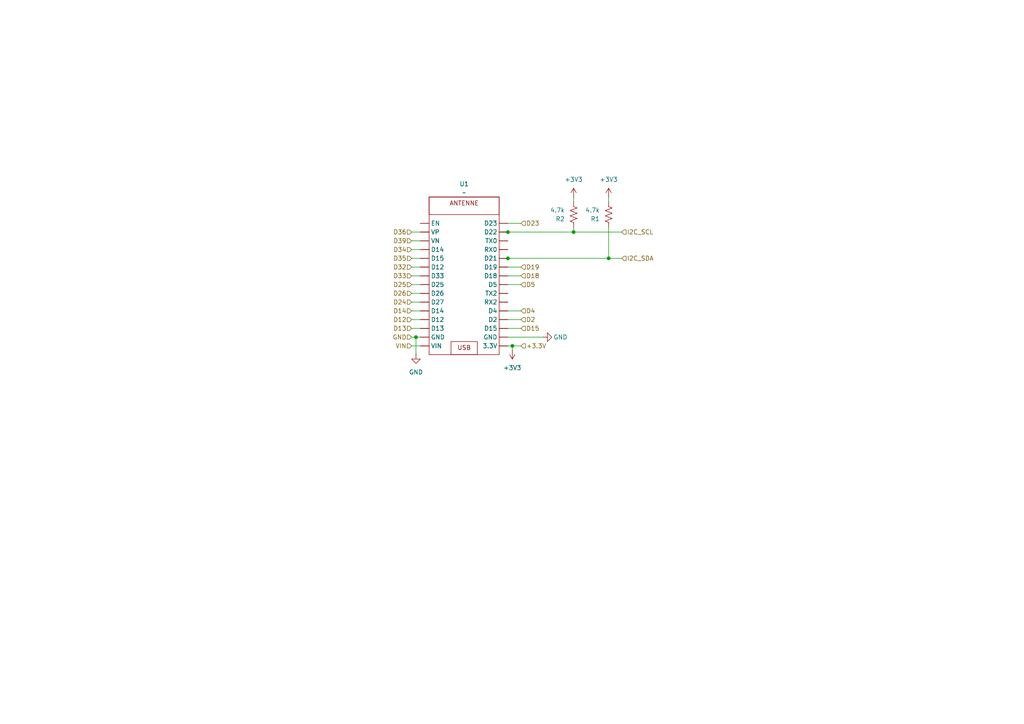
<source format=kicad_sch>
(kicad_sch
	(version 20250114)
	(generator "eeschema")
	(generator_version "9.0")
	(uuid "7fd1e59d-d896-4263-8d21-df7365fed559")
	(paper "A4")
	(lib_symbols
		(symbol "Device:R_US"
			(pin_numbers
				(hide yes)
			)
			(pin_names
				(offset 0)
			)
			(exclude_from_sim no)
			(in_bom yes)
			(on_board yes)
			(property "Reference" "R"
				(at 2.54 0 90)
				(effects
					(font
						(size 1.27 1.27)
					)
				)
			)
			(property "Value" "R_US"
				(at -2.54 0 90)
				(effects
					(font
						(size 1.27 1.27)
					)
				)
			)
			(property "Footprint" ""
				(at 1.016 -0.254 90)
				(effects
					(font
						(size 1.27 1.27)
					)
					(hide yes)
				)
			)
			(property "Datasheet" "~"
				(at 0 0 0)
				(effects
					(font
						(size 1.27 1.27)
					)
					(hide yes)
				)
			)
			(property "Description" "Resistor, US symbol"
				(at 0 0 0)
				(effects
					(font
						(size 1.27 1.27)
					)
					(hide yes)
				)
			)
			(property "ki_keywords" "R res resistor"
				(at 0 0 0)
				(effects
					(font
						(size 1.27 1.27)
					)
					(hide yes)
				)
			)
			(property "ki_fp_filters" "R_*"
				(at 0 0 0)
				(effects
					(font
						(size 1.27 1.27)
					)
					(hide yes)
				)
			)
			(symbol "R_US_0_1"
				(polyline
					(pts
						(xy 0 2.286) (xy 0 2.54)
					)
					(stroke
						(width 0)
						(type default)
					)
					(fill
						(type none)
					)
				)
				(polyline
					(pts
						(xy 0 2.286) (xy 1.016 1.905) (xy 0 1.524) (xy -1.016 1.143) (xy 0 0.762)
					)
					(stroke
						(width 0)
						(type default)
					)
					(fill
						(type none)
					)
				)
				(polyline
					(pts
						(xy 0 0.762) (xy 1.016 0.381) (xy 0 0) (xy -1.016 -0.381) (xy 0 -0.762)
					)
					(stroke
						(width 0)
						(type default)
					)
					(fill
						(type none)
					)
				)
				(polyline
					(pts
						(xy 0 -0.762) (xy 1.016 -1.143) (xy 0 -1.524) (xy -1.016 -1.905) (xy 0 -2.286)
					)
					(stroke
						(width 0)
						(type default)
					)
					(fill
						(type none)
					)
				)
				(polyline
					(pts
						(xy 0 -2.286) (xy 0 -2.54)
					)
					(stroke
						(width 0)
						(type default)
					)
					(fill
						(type none)
					)
				)
			)
			(symbol "R_US_1_1"
				(pin passive line
					(at 0 3.81 270)
					(length 1.27)
					(name "~"
						(effects
							(font
								(size 1.27 1.27)
							)
						)
					)
					(number "1"
						(effects
							(font
								(size 1.27 1.27)
							)
						)
					)
				)
				(pin passive line
					(at 0 -3.81 90)
					(length 1.27)
					(name "~"
						(effects
							(font
								(size 1.27 1.27)
							)
						)
					)
					(number "2"
						(effects
							(font
								(size 1.27 1.27)
							)
						)
					)
				)
			)
			(embedded_fonts no)
		)
		(symbol "MCU:ESP32_DEV_MODULE"
			(exclude_from_sim no)
			(in_bom yes)
			(on_board yes)
			(property "Reference" "U"
				(at 0 0 0)
				(effects
					(font
						(size 1.27 1.27)
					)
				)
			)
			(property "Value" ""
				(at 0 0 0)
				(effects
					(font
						(size 1.27 1.27)
					)
				)
			)
			(property "Footprint" ""
				(at 0 0 0)
				(effects
					(font
						(size 1.27 1.27)
					)
					(hide yes)
				)
			)
			(property "Datasheet" ""
				(at 0 0 0)
				(effects
					(font
						(size 1.27 1.27)
					)
					(hide yes)
				)
			)
			(property "Description" ""
				(at 0 0 0)
				(effects
					(font
						(size 1.27 1.27)
					)
					(hide yes)
				)
			)
			(symbol "ESP32_DEV_MODULE_0_1"
				(rectangle
					(start -10.16 26.67)
					(end 10.16 -19.05)
					(stroke
						(width 0)
						(type default)
					)
					(fill
						(type none)
					)
				)
			)
			(symbol "ESP32_DEV_MODULE_1_1"
				(text_box "ANTENNE"
					(at -10.16 26.67 0)
					(size 20.32 -5.08)
					(margins 1.016 1.016 1.016 1.016)
					(stroke
						(width 0)
						(type solid)
					)
					(fill
						(type none)
					)
					(effects
						(font
							(size 1.27 1.27)
						)
						(justify top)
					)
				)
				(text_box "USB"
					(at -3.81 -19.05 0)
					(size 7.62 3.81)
					(margins 1.016 1.016 1.016 1.016)
					(stroke
						(width 0)
						(type solid)
					)
					(fill
						(type none)
					)
					(effects
						(font
							(size 1.27 1.27)
						)
						(justify top)
					)
				)
				(pin input line
					(at -12.7 19.05 0)
					(length 2.54)
					(name "EN"
						(effects
							(font
								(size 1.27 1.27)
							)
						)
					)
					(number ""
						(effects
							(font
								(size 1.27 1.27)
							)
						)
					)
				)
				(pin input line
					(at -12.7 16.51 0)
					(length 2.54)
					(name "VP"
						(effects
							(font
								(size 1.27 1.27)
							)
						)
					)
					(number ""
						(effects
							(font
								(size 1.27 1.27)
							)
						)
					)
				)
				(pin input line
					(at -12.7 13.97 0)
					(length 2.54)
					(name "VN"
						(effects
							(font
								(size 1.27 1.27)
							)
						)
					)
					(number ""
						(effects
							(font
								(size 1.27 1.27)
							)
						)
					)
				)
				(pin input line
					(at -12.7 11.43 0)
					(length 2.54)
					(name "D14"
						(effects
							(font
								(size 1.27 1.27)
							)
						)
					)
					(number ""
						(effects
							(font
								(size 1.27 1.27)
							)
						)
					)
				)
				(pin input line
					(at -12.7 8.89 0)
					(length 2.54)
					(name "D15"
						(effects
							(font
								(size 1.27 1.27)
							)
						)
					)
					(number ""
						(effects
							(font
								(size 1.27 1.27)
							)
						)
					)
				)
				(pin input line
					(at -12.7 6.35 0)
					(length 2.54)
					(name "D12"
						(effects
							(font
								(size 1.27 1.27)
							)
						)
					)
					(number ""
						(effects
							(font
								(size 1.27 1.27)
							)
						)
					)
				)
				(pin input line
					(at -12.7 3.81 0)
					(length 2.54)
					(name "D33"
						(effects
							(font
								(size 1.27 1.27)
							)
						)
					)
					(number ""
						(effects
							(font
								(size 1.27 1.27)
							)
						)
					)
				)
				(pin input line
					(at -12.7 1.27 0)
					(length 2.54)
					(name "D25"
						(effects
							(font
								(size 1.27 1.27)
							)
						)
					)
					(number ""
						(effects
							(font
								(size 1.27 1.27)
							)
						)
					)
				)
				(pin input line
					(at -12.7 -1.27 0)
					(length 2.54)
					(name "D26"
						(effects
							(font
								(size 1.27 1.27)
							)
						)
					)
					(number ""
						(effects
							(font
								(size 1.27 1.27)
							)
						)
					)
				)
				(pin input line
					(at -12.7 -3.81 0)
					(length 2.54)
					(name "D27"
						(effects
							(font
								(size 1.27 1.27)
							)
						)
					)
					(number ""
						(effects
							(font
								(size 1.27 1.27)
							)
						)
					)
				)
				(pin input line
					(at -12.7 -6.35 0)
					(length 2.54)
					(name "D14"
						(effects
							(font
								(size 1.27 1.27)
							)
						)
					)
					(number ""
						(effects
							(font
								(size 1.27 1.27)
							)
						)
					)
				)
				(pin input line
					(at -12.7 -8.89 0)
					(length 2.54)
					(name "D12"
						(effects
							(font
								(size 1.27 1.27)
							)
						)
					)
					(number ""
						(effects
							(font
								(size 1.27 1.27)
							)
						)
					)
				)
				(pin input line
					(at -12.7 -11.43 0)
					(length 2.54)
					(name "D13"
						(effects
							(font
								(size 1.27 1.27)
							)
						)
					)
					(number ""
						(effects
							(font
								(size 1.27 1.27)
							)
						)
					)
				)
				(pin input line
					(at -12.7 -13.97 0)
					(length 2.54)
					(name "GND"
						(effects
							(font
								(size 1.27 1.27)
							)
						)
					)
					(number ""
						(effects
							(font
								(size 1.27 1.27)
							)
						)
					)
				)
				(pin input line
					(at -12.7 -16.51 0)
					(length 2.54)
					(name "VIN"
						(effects
							(font
								(size 1.27 1.27)
							)
						)
					)
					(number ""
						(effects
							(font
								(size 1.27 1.27)
							)
						)
					)
				)
				(pin input line
					(at 12.7 19.05 180)
					(length 2.54)
					(name "D23"
						(effects
							(font
								(size 1.27 1.27)
							)
						)
					)
					(number ""
						(effects
							(font
								(size 1.27 1.27)
							)
						)
					)
				)
				(pin input line
					(at 12.7 16.51 180)
					(length 2.54)
					(name "D22"
						(effects
							(font
								(size 1.27 1.27)
							)
						)
					)
					(number ""
						(effects
							(font
								(size 1.27 1.27)
							)
						)
					)
				)
				(pin input line
					(at 12.7 13.97 180)
					(length 2.54)
					(name "TX0"
						(effects
							(font
								(size 1.27 1.27)
							)
						)
					)
					(number ""
						(effects
							(font
								(size 1.27 1.27)
							)
						)
					)
				)
				(pin input line
					(at 12.7 11.43 180)
					(length 2.54)
					(name "RX0"
						(effects
							(font
								(size 1.27 1.27)
							)
						)
					)
					(number ""
						(effects
							(font
								(size 1.27 1.27)
							)
						)
					)
				)
				(pin input line
					(at 12.7 8.89 180)
					(length 2.54)
					(name "D21"
						(effects
							(font
								(size 1.27 1.27)
							)
						)
					)
					(number ""
						(effects
							(font
								(size 1.27 1.27)
							)
						)
					)
				)
				(pin input line
					(at 12.7 6.35 180)
					(length 2.54)
					(name "D19"
						(effects
							(font
								(size 1.27 1.27)
							)
						)
					)
					(number ""
						(effects
							(font
								(size 1.27 1.27)
							)
						)
					)
				)
				(pin input line
					(at 12.7 3.81 180)
					(length 2.54)
					(name "D18"
						(effects
							(font
								(size 1.27 1.27)
							)
						)
					)
					(number ""
						(effects
							(font
								(size 1.27 1.27)
							)
						)
					)
				)
				(pin input line
					(at 12.7 1.27 180)
					(length 2.54)
					(name "D5"
						(effects
							(font
								(size 1.27 1.27)
							)
						)
					)
					(number ""
						(effects
							(font
								(size 1.27 1.27)
							)
						)
					)
				)
				(pin input line
					(at 12.7 -1.27 180)
					(length 2.54)
					(name "TX2"
						(effects
							(font
								(size 1.27 1.27)
							)
						)
					)
					(number ""
						(effects
							(font
								(size 1.27 1.27)
							)
						)
					)
				)
				(pin input line
					(at 12.7 -3.81 180)
					(length 2.54)
					(name "RX2"
						(effects
							(font
								(size 1.27 1.27)
							)
						)
					)
					(number ""
						(effects
							(font
								(size 1.27 1.27)
							)
						)
					)
				)
				(pin input line
					(at 12.7 -6.35 180)
					(length 2.54)
					(name "D4"
						(effects
							(font
								(size 1.27 1.27)
							)
						)
					)
					(number ""
						(effects
							(font
								(size 1.27 1.27)
							)
						)
					)
				)
				(pin input line
					(at 12.7 -8.89 180)
					(length 2.54)
					(name "D2"
						(effects
							(font
								(size 1.27 1.27)
							)
						)
					)
					(number ""
						(effects
							(font
								(size 1.27 1.27)
							)
						)
					)
				)
				(pin input line
					(at 12.7 -11.43 180)
					(length 2.54)
					(name "D15"
						(effects
							(font
								(size 1.27 1.27)
							)
						)
					)
					(number ""
						(effects
							(font
								(size 1.27 1.27)
							)
						)
					)
				)
				(pin input line
					(at 12.7 -13.97 180)
					(length 2.54)
					(name "GND"
						(effects
							(font
								(size 1.27 1.27)
							)
						)
					)
					(number ""
						(effects
							(font
								(size 1.27 1.27)
							)
						)
					)
				)
				(pin input line
					(at 12.7 -16.51 180)
					(length 2.54)
					(name "3.3V"
						(effects
							(font
								(size 1.27 1.27)
							)
						)
					)
					(number ""
						(effects
							(font
								(size 1.27 1.27)
							)
						)
					)
				)
			)
			(embedded_fonts no)
		)
		(symbol "power:+3V3"
			(power)
			(pin_numbers
				(hide yes)
			)
			(pin_names
				(offset 0)
				(hide yes)
			)
			(exclude_from_sim no)
			(in_bom yes)
			(on_board yes)
			(property "Reference" "#PWR"
				(at 0 -3.81 0)
				(effects
					(font
						(size 1.27 1.27)
					)
					(hide yes)
				)
			)
			(property "Value" "+3V3"
				(at 0 3.556 0)
				(effects
					(font
						(size 1.27 1.27)
					)
				)
			)
			(property "Footprint" ""
				(at 0 0 0)
				(effects
					(font
						(size 1.27 1.27)
					)
					(hide yes)
				)
			)
			(property "Datasheet" ""
				(at 0 0 0)
				(effects
					(font
						(size 1.27 1.27)
					)
					(hide yes)
				)
			)
			(property "Description" "Power symbol creates a global label with name \"+3V3\""
				(at 0 0 0)
				(effects
					(font
						(size 1.27 1.27)
					)
					(hide yes)
				)
			)
			(property "ki_keywords" "global power"
				(at 0 0 0)
				(effects
					(font
						(size 1.27 1.27)
					)
					(hide yes)
				)
			)
			(symbol "+3V3_0_1"
				(polyline
					(pts
						(xy -0.762 1.27) (xy 0 2.54)
					)
					(stroke
						(width 0)
						(type default)
					)
					(fill
						(type none)
					)
				)
				(polyline
					(pts
						(xy 0 2.54) (xy 0.762 1.27)
					)
					(stroke
						(width 0)
						(type default)
					)
					(fill
						(type none)
					)
				)
				(polyline
					(pts
						(xy 0 0) (xy 0 2.54)
					)
					(stroke
						(width 0)
						(type default)
					)
					(fill
						(type none)
					)
				)
			)
			(symbol "+3V3_1_1"
				(pin power_in line
					(at 0 0 90)
					(length 0)
					(name "~"
						(effects
							(font
								(size 1.27 1.27)
							)
						)
					)
					(number "1"
						(effects
							(font
								(size 1.27 1.27)
							)
						)
					)
				)
			)
			(embedded_fonts no)
		)
		(symbol "power:GND"
			(power)
			(pin_numbers
				(hide yes)
			)
			(pin_names
				(offset 0)
				(hide yes)
			)
			(exclude_from_sim no)
			(in_bom yes)
			(on_board yes)
			(property "Reference" "#PWR"
				(at 0 -6.35 0)
				(effects
					(font
						(size 1.27 1.27)
					)
					(hide yes)
				)
			)
			(property "Value" "GND"
				(at 0 -3.81 0)
				(effects
					(font
						(size 1.27 1.27)
					)
				)
			)
			(property "Footprint" ""
				(at 0 0 0)
				(effects
					(font
						(size 1.27 1.27)
					)
					(hide yes)
				)
			)
			(property "Datasheet" ""
				(at 0 0 0)
				(effects
					(font
						(size 1.27 1.27)
					)
					(hide yes)
				)
			)
			(property "Description" "Power symbol creates a global label with name \"GND\" , ground"
				(at 0 0 0)
				(effects
					(font
						(size 1.27 1.27)
					)
					(hide yes)
				)
			)
			(property "ki_keywords" "global power"
				(at 0 0 0)
				(effects
					(font
						(size 1.27 1.27)
					)
					(hide yes)
				)
			)
			(symbol "GND_0_1"
				(polyline
					(pts
						(xy 0 0) (xy 0 -1.27) (xy 1.27 -1.27) (xy 0 -2.54) (xy -1.27 -1.27) (xy 0 -1.27)
					)
					(stroke
						(width 0)
						(type default)
					)
					(fill
						(type none)
					)
				)
			)
			(symbol "GND_1_1"
				(pin power_in line
					(at 0 0 270)
					(length 0)
					(name "~"
						(effects
							(font
								(size 1.27 1.27)
							)
						)
					)
					(number "1"
						(effects
							(font
								(size 1.27 1.27)
							)
						)
					)
				)
			)
			(embedded_fonts no)
		)
	)
	(junction
		(at 147.32 67.31)
		(diameter 0)
		(color 0 0 0 0)
		(uuid "0e8eaa0f-9053-492e-b83e-255eeeeae851")
	)
	(junction
		(at 148.59 100.33)
		(diameter 0)
		(color 0 0 0 0)
		(uuid "1b849771-3502-471c-8986-2099df582b98")
	)
	(junction
		(at 147.32 74.93)
		(diameter 0)
		(color 0 0 0 0)
		(uuid "244412a9-5ba3-42af-9708-097f73495f2c")
	)
	(junction
		(at 120.65 97.79)
		(diameter 0)
		(color 0 0 0 0)
		(uuid "7fb329d4-b532-48cc-869e-d84d71731a67")
	)
	(junction
		(at 176.53 74.93)
		(diameter 0)
		(color 0 0 0 0)
		(uuid "a7805b16-3db5-4e57-a5b8-cc441d597cdc")
	)
	(junction
		(at 166.37 67.31)
		(diameter 0)
		(color 0 0 0 0)
		(uuid "beb926b0-68a0-43ed-a2ef-4ec392a610a2")
	)
	(wire
		(pts
			(xy 166.37 66.04) (xy 166.37 67.31)
		)
		(stroke
			(width 0)
			(type default)
		)
		(uuid "05b5ba1b-f09d-478a-b283-d39ad1698559")
	)
	(wire
		(pts
			(xy 144.78 74.93) (xy 147.32 74.93)
		)
		(stroke
			(width 0)
			(type default)
		)
		(uuid "083470a2-b384-4099-be0c-50b34ac92a43")
	)
	(wire
		(pts
			(xy 147.32 80.01) (xy 151.13 80.01)
		)
		(stroke
			(width 0)
			(type default)
		)
		(uuid "1a48e0d8-9fee-4bf2-ac2b-e92d4f55b90f")
	)
	(wire
		(pts
			(xy 147.32 77.47) (xy 151.13 77.47)
		)
		(stroke
			(width 0)
			(type default)
		)
		(uuid "1d15f32a-f1fe-4f8d-824c-dc9b00e13c3e")
	)
	(wire
		(pts
			(xy 119.38 74.93) (xy 121.92 74.93)
		)
		(stroke
			(width 0)
			(type default)
		)
		(uuid "2e76b807-903b-48c5-b9ad-869255cb328b")
	)
	(wire
		(pts
			(xy 147.32 67.31) (xy 166.37 67.31)
		)
		(stroke
			(width 0)
			(type default)
		)
		(uuid "34776f5a-64d0-4be0-8ccb-36d86cf979f2")
	)
	(wire
		(pts
			(xy 147.32 74.93) (xy 176.53 74.93)
		)
		(stroke
			(width 0)
			(type default)
		)
		(uuid "596f006c-1b0a-410c-81f4-2513f5633cdd")
	)
	(wire
		(pts
			(xy 119.38 82.55) (xy 121.92 82.55)
		)
		(stroke
			(width 0)
			(type default)
		)
		(uuid "5ebf2f5c-0f85-4c8a-b8fb-e1d1a199dfba")
	)
	(wire
		(pts
			(xy 119.38 67.31) (xy 121.92 67.31)
		)
		(stroke
			(width 0)
			(type default)
		)
		(uuid "6326d05b-9daf-4895-9719-e281884a089f")
	)
	(wire
		(pts
			(xy 147.32 97.79) (xy 157.48 97.79)
		)
		(stroke
			(width 0)
			(type default)
		)
		(uuid "70f3963d-d216-434e-9f98-d15c5771aa9b")
	)
	(wire
		(pts
			(xy 148.59 100.33) (xy 151.13 100.33)
		)
		(stroke
			(width 0)
			(type default)
		)
		(uuid "737c7712-ad78-4f90-96b9-9bbd98b6553d")
	)
	(wire
		(pts
			(xy 176.53 74.93) (xy 180.34 74.93)
		)
		(stroke
			(width 0)
			(type default)
		)
		(uuid "89d54e85-751c-41f4-a29e-9829c485a4d4")
	)
	(wire
		(pts
			(xy 119.38 92.71) (xy 121.92 92.71)
		)
		(stroke
			(width 0)
			(type default)
		)
		(uuid "8a838f07-0ed8-4c1c-bf54-3153d9412a6a")
	)
	(wire
		(pts
			(xy 148.59 100.33) (xy 148.59 101.6)
		)
		(stroke
			(width 0)
			(type default)
		)
		(uuid "8d674c93-1098-44bb-b6c9-650b388ce6d4")
	)
	(wire
		(pts
			(xy 120.65 97.79) (xy 121.92 97.79)
		)
		(stroke
			(width 0)
			(type default)
		)
		(uuid "934260e7-3b22-4f88-98b2-542d21399fee")
	)
	(wire
		(pts
			(xy 119.38 80.01) (xy 121.92 80.01)
		)
		(stroke
			(width 0)
			(type default)
		)
		(uuid "9c136155-fd8e-4279-a200-0ea6a9179b3b")
	)
	(wire
		(pts
			(xy 119.38 97.79) (xy 120.65 97.79)
		)
		(stroke
			(width 0)
			(type default)
		)
		(uuid "9cb0b6ee-dfca-442b-bb75-71faff2f3d16")
	)
	(wire
		(pts
			(xy 119.38 69.85) (xy 121.92 69.85)
		)
		(stroke
			(width 0)
			(type default)
		)
		(uuid "a2933aef-a1e8-434a-906c-5aa3614aadf7")
	)
	(wire
		(pts
			(xy 147.32 64.77) (xy 151.13 64.77)
		)
		(stroke
			(width 0)
			(type default)
		)
		(uuid "a4f1a2ae-d125-4c27-9f36-67c119ccabb9")
	)
	(wire
		(pts
			(xy 120.65 97.79) (xy 120.65 102.87)
		)
		(stroke
			(width 0)
			(type default)
		)
		(uuid "b42a5ebd-0a2b-47bd-9c71-34e5417af2fe")
	)
	(wire
		(pts
			(xy 144.78 67.31) (xy 147.32 67.31)
		)
		(stroke
			(width 0)
			(type default)
		)
		(uuid "b450aad8-c896-42ec-8f0d-f6bbf8949066")
	)
	(wire
		(pts
			(xy 119.38 100.33) (xy 121.92 100.33)
		)
		(stroke
			(width 0)
			(type default)
		)
		(uuid "b8d1c8fd-d49e-431a-bf1b-d3b381f7428d")
	)
	(wire
		(pts
			(xy 119.38 90.17) (xy 121.92 90.17)
		)
		(stroke
			(width 0)
			(type default)
		)
		(uuid "b98acef0-fa3a-4c75-864f-c7714dfe7673")
	)
	(wire
		(pts
			(xy 147.32 82.55) (xy 151.13 82.55)
		)
		(stroke
			(width 0)
			(type default)
		)
		(uuid "c56429fa-4647-4f84-a785-907f4685eeac")
	)
	(wire
		(pts
			(xy 166.37 67.31) (xy 180.34 67.31)
		)
		(stroke
			(width 0)
			(type default)
		)
		(uuid "e0481378-c67e-4add-b459-4597eca84f68")
	)
	(wire
		(pts
			(xy 119.38 95.25) (xy 121.92 95.25)
		)
		(stroke
			(width 0)
			(type default)
		)
		(uuid "e21e0758-9229-453d-aa43-7489f5afd0cc")
	)
	(wire
		(pts
			(xy 147.32 90.17) (xy 151.13 90.17)
		)
		(stroke
			(width 0)
			(type default)
		)
		(uuid "e3a2929c-2c12-4c0b-b188-3114e148d27f")
	)
	(wire
		(pts
			(xy 119.38 77.47) (xy 121.92 77.47)
		)
		(stroke
			(width 0)
			(type default)
		)
		(uuid "e4332335-8bf7-41d3-8bde-1424eae1a9c0")
	)
	(wire
		(pts
			(xy 147.32 95.25) (xy 151.13 95.25)
		)
		(stroke
			(width 0)
			(type default)
		)
		(uuid "e46f65aa-4a58-4ee4-95b6-e5e36752cfa0")
	)
	(wire
		(pts
			(xy 119.38 87.63) (xy 121.92 87.63)
		)
		(stroke
			(width 0)
			(type default)
		)
		(uuid "e9df5dc4-ab56-48a0-a9ae-646182d28e46")
	)
	(wire
		(pts
			(xy 166.37 58.42) (xy 166.37 57.15)
		)
		(stroke
			(width 0)
			(type default)
		)
		(uuid "eae39002-c4ae-44c9-ab10-a527108491ed")
	)
	(wire
		(pts
			(xy 147.32 92.71) (xy 151.13 92.71)
		)
		(stroke
			(width 0)
			(type default)
		)
		(uuid "eca6a021-a1d0-47ed-878b-6ee373c13e28")
	)
	(wire
		(pts
			(xy 176.53 66.04) (xy 176.53 74.93)
		)
		(stroke
			(width 0)
			(type default)
		)
		(uuid "eeec1988-2a5d-4c1b-9059-f21ca033c0fb")
	)
	(wire
		(pts
			(xy 119.38 85.09) (xy 121.92 85.09)
		)
		(stroke
			(width 0)
			(type default)
		)
		(uuid "f09144a6-d627-4e65-8dd4-a93a91ce511c")
	)
	(wire
		(pts
			(xy 176.53 58.42) (xy 176.53 57.15)
		)
		(stroke
			(width 0)
			(type default)
		)
		(uuid "f3f4c04f-a178-4ed5-95cb-eaae354c5611")
	)
	(wire
		(pts
			(xy 147.32 100.33) (xy 148.59 100.33)
		)
		(stroke
			(width 0)
			(type default)
		)
		(uuid "f766badf-0e4a-46cc-8e38-41e22cadaee7")
	)
	(wire
		(pts
			(xy 119.38 72.39) (xy 121.92 72.39)
		)
		(stroke
			(width 0)
			(type default)
		)
		(uuid "fc86f656-3464-4d13-9ce5-199983f49d06")
	)
	(hierarchical_label "D24"
		(shape input)
		(at 119.38 87.63 180)
		(effects
			(font
				(size 1.27 1.27)
			)
			(justify right)
		)
		(uuid "0852fdc4-840b-4057-8ef7-edec18a46bd8")
	)
	(hierarchical_label "D18"
		(shape input)
		(at 151.13 80.01 0)
		(effects
			(font
				(size 1.27 1.27)
			)
			(justify left)
		)
		(uuid "15a48328-1fe9-496f-88bc-2f33b94b7335")
	)
	(hierarchical_label "D5"
		(shape input)
		(at 151.13 82.55 0)
		(effects
			(font
				(size 1.27 1.27)
			)
			(justify left)
		)
		(uuid "25ee776a-01c0-4b61-bc68-c4503bd4ac8a")
	)
	(hierarchical_label "D34"
		(shape input)
		(at 119.38 72.39 180)
		(effects
			(font
				(size 1.27 1.27)
			)
			(justify right)
		)
		(uuid "2f031c93-6c76-46e5-b40e-e9c3b0dde090")
	)
	(hierarchical_label "I2C_SDA"
		(shape input)
		(at 180.34 74.93 0)
		(effects
			(font
				(size 1.27 1.27)
			)
			(justify left)
		)
		(uuid "3922c4ad-b9e4-4f01-8b0d-8ec7491ce919")
	)
	(hierarchical_label "D23"
		(shape input)
		(at 151.13 64.77 0)
		(effects
			(font
				(size 1.27 1.27)
			)
			(justify left)
		)
		(uuid "433d888e-0533-4a32-972f-a10c19e61aa1")
	)
	(hierarchical_label "D4"
		(shape input)
		(at 151.13 90.17 0)
		(effects
			(font
				(size 1.27 1.27)
			)
			(justify left)
		)
		(uuid "43ba1f82-4332-4014-a3a5-96d643a4f785")
	)
	(hierarchical_label "D32"
		(shape input)
		(at 119.38 77.47 180)
		(effects
			(font
				(size 1.27 1.27)
			)
			(justify right)
		)
		(uuid "4c343a4f-6a4d-4f3a-b40e-b6bc73a9a2c4")
	)
	(hierarchical_label "D12"
		(shape input)
		(at 119.38 92.71 180)
		(effects
			(font
				(size 1.27 1.27)
			)
			(justify right)
		)
		(uuid "595f138e-4c34-4dfb-a990-6abda2db7d37")
	)
	(hierarchical_label "D36"
		(shape input)
		(at 119.38 67.31 180)
		(effects
			(font
				(size 1.27 1.27)
			)
			(justify right)
		)
		(uuid "6349cf6a-40f2-4e3c-8372-eb14a7b1556f")
	)
	(hierarchical_label "D15"
		(shape input)
		(at 151.13 95.25 0)
		(effects
			(font
				(size 1.27 1.27)
			)
			(justify left)
		)
		(uuid "6fbf5638-5550-4728-a6b6-e21cbed3c480")
	)
	(hierarchical_label "D25"
		(shape input)
		(at 119.38 82.55 180)
		(effects
			(font
				(size 1.27 1.27)
			)
			(justify right)
		)
		(uuid "90b35273-7c92-49fb-9df9-4085de7c4b57")
	)
	(hierarchical_label "VIN"
		(shape input)
		(at 119.38 100.33 180)
		(effects
			(font
				(size 1.27 1.27)
			)
			(justify right)
		)
		(uuid "956f1187-31b7-4e85-9d3f-a32ee99dd304")
	)
	(hierarchical_label "D26"
		(shape input)
		(at 119.38 85.09 180)
		(effects
			(font
				(size 1.27 1.27)
			)
			(justify right)
		)
		(uuid "a28a2065-fa2a-4418-a2ac-3528ec079cb9")
	)
	(hierarchical_label "D35"
		(shape input)
		(at 119.38 74.93 180)
		(effects
			(font
				(size 1.27 1.27)
			)
			(justify right)
		)
		(uuid "a594c3e0-2b40-4b01-981c-0c095276b3c6")
	)
	(hierarchical_label "D13"
		(shape input)
		(at 119.38 95.25 180)
		(effects
			(font
				(size 1.27 1.27)
			)
			(justify right)
		)
		(uuid "b99d2498-4299-4980-ab92-bad67912e670")
	)
	(hierarchical_label "D2"
		(shape input)
		(at 151.13 92.71 0)
		(effects
			(font
				(size 1.27 1.27)
			)
			(justify left)
		)
		(uuid "d05ab8ee-579b-4fe8-ad80-f437bebdd6bf")
	)
	(hierarchical_label "D14"
		(shape input)
		(at 119.38 90.17 180)
		(effects
			(font
				(size 1.27 1.27)
			)
			(justify right)
		)
		(uuid "d12e51c1-341b-4a3a-948d-6fcc09b24836")
	)
	(hierarchical_label "+3.3V"
		(shape input)
		(at 151.13 100.33 0)
		(effects
			(font
				(size 1.27 1.27)
			)
			(justify left)
		)
		(uuid "d8dbdf57-eb10-4d1f-a988-e9bdd720e361")
	)
	(hierarchical_label "GND"
		(shape input)
		(at 119.38 97.79 180)
		(effects
			(font
				(size 1.27 1.27)
			)
			(justify right)
		)
		(uuid "d8e3e76d-5e7c-4f1c-9bba-ef502b84ae89")
	)
	(hierarchical_label "D39"
		(shape input)
		(at 119.38 69.85 180)
		(effects
			(font
				(size 1.27 1.27)
			)
			(justify right)
		)
		(uuid "dba37ad0-9a35-4cab-98d4-d24bcce38166")
	)
	(hierarchical_label "D33"
		(shape input)
		(at 119.38 80.01 180)
		(effects
			(font
				(size 1.27 1.27)
			)
			(justify right)
		)
		(uuid "e3719ecd-c230-4215-a84f-f7bd9a5c34ff")
	)
	(hierarchical_label "I2C_SCL"
		(shape input)
		(at 180.34 67.31 0)
		(effects
			(font
				(size 1.27 1.27)
			)
			(justify left)
		)
		(uuid "e8808888-b900-43b5-83c9-248be5846072")
	)
	(hierarchical_label "D19"
		(shape input)
		(at 151.13 77.47 0)
		(effects
			(font
				(size 1.27 1.27)
			)
			(justify left)
		)
		(uuid "ecd33dbc-8040-4318-8a6f-a1b786fbe38a")
	)
	(symbol
		(lib_id "MCU:ESP32_DEV_MODULE")
		(at 134.62 83.82 0)
		(unit 1)
		(exclude_from_sim no)
		(in_bom yes)
		(on_board yes)
		(dnp no)
		(fields_autoplaced yes)
		(uuid "182a3cc4-069a-4a53-97fc-012d8b71fd5f")
		(property "Reference" "U1"
			(at 134.62 53.34 0)
			(effects
				(font
					(size 1.27 1.27)
				)
			)
		)
		(property "Value" "~"
			(at 134.62 55.88 0)
			(effects
				(font
					(size 1.27 1.27)
				)
			)
		)
		(property "Footprint" ""
			(at 134.62 83.82 0)
			(effects
				(font
					(size 1.27 1.27)
				)
				(hide yes)
			)
		)
		(property "Datasheet" ""
			(at 134.62 83.82 0)
			(effects
				(font
					(size 1.27 1.27)
				)
				(hide yes)
			)
		)
		(property "Description" ""
			(at 134.62 83.82 0)
			(effects
				(font
					(size 1.27 1.27)
				)
				(hide yes)
			)
		)
		(pin ""
			(uuid "7c01d09b-1a19-4d76-bbdd-f3dde3fa265e")
		)
		(pin ""
			(uuid "af0b03ea-c47a-4f2c-bb05-6f0f1cbb9978")
		)
		(pin ""
			(uuid "c8b8462d-1911-412b-9bf3-69555aa5e211")
		)
		(pin ""
			(uuid "a1b6261f-6870-4635-b51e-5fbba16f84ea")
		)
		(pin ""
			(uuid "b1d4b19c-931e-48a1-8135-54757e228e6e")
		)
		(pin ""
			(uuid "70a5997e-589e-49d5-bc37-057b39be07b4")
		)
		(pin ""
			(uuid "79548c08-d689-4b64-8005-373580e5e786")
		)
		(pin ""
			(uuid "4159bf7e-edd4-4063-9a6f-a5ca332deb62")
		)
		(pin ""
			(uuid "8965f47e-7034-4493-80c2-e0e9799745d0")
		)
		(pin ""
			(uuid "a195c4b7-ca31-424b-a2c1-1a8ec2a33f63")
		)
		(pin ""
			(uuid "4a1208a6-371a-410c-aedc-d9da5de0999a")
		)
		(pin ""
			(uuid "56c515b0-d519-4486-8979-76e21fa123c0")
		)
		(pin ""
			(uuid "b67c6877-acdf-4cda-aadf-d10300f1da53")
		)
		(pin ""
			(uuid "9602627c-4571-453f-aa69-e9d1c4002453")
		)
		(pin ""
			(uuid "cf598a35-3f2e-4ec5-b605-bbd3c9459226")
		)
		(pin ""
			(uuid "189244a4-39ad-464d-ac9c-5c795cf215ac")
		)
		(pin ""
			(uuid "6c8c4ff2-11cf-425f-a19f-0be1d6ec09a1")
		)
		(pin ""
			(uuid "761b9b2f-f1db-4983-bb79-4cd7aa7d952b")
		)
		(pin ""
			(uuid "7667919e-8a88-4230-bbaf-09299a43c5ef")
		)
		(pin ""
			(uuid "bc33e0e4-850b-41d0-b80c-6239a1c1e1a0")
		)
		(pin ""
			(uuid "cbff853c-bc77-4703-b858-f6e0fb263b1b")
		)
		(pin ""
			(uuid "144ebb44-4da8-4cbc-868a-dc9e4179df18")
		)
		(pin ""
			(uuid "0c3afb0e-6fda-433a-8dde-3f728e5d7bae")
		)
		(pin ""
			(uuid "f11d9819-2b37-4bfa-ba3d-5198728a1037")
		)
		(pin ""
			(uuid "3c822d27-5e37-4423-8513-e87889cbf2ff")
		)
		(pin ""
			(uuid "7ebe759c-54ad-454c-8ae2-8bd3bc3cc247")
		)
		(pin ""
			(uuid "114a32b1-dcf8-4968-9c7a-bb76d70b8a6f")
		)
		(pin ""
			(uuid "1256ef9c-da37-4a69-8a7c-2138e116e37f")
		)
		(pin ""
			(uuid "6445040f-7ba9-412a-be15-64a84800e8bd")
		)
		(pin ""
			(uuid "f6077d1d-0a20-450e-9ff6-73f187476ef2")
		)
		(instances
			(project ""
				(path "/77f264da-4c84-4b0c-9d20-4392731765e6/663cc000-5ebd-47ff-83ef-c87f1fdc0c98"
					(reference "U1")
					(unit 1)
				)
			)
		)
	)
	(symbol
		(lib_id "power:+3V3")
		(at 148.59 101.6 180)
		(unit 1)
		(exclude_from_sim no)
		(in_bom yes)
		(on_board yes)
		(dnp no)
		(fields_autoplaced yes)
		(uuid "23d3d8ec-7d28-4da3-992d-16a74a2fdd84")
		(property "Reference" "#PWR05"
			(at 148.59 97.79 0)
			(effects
				(font
					(size 1.27 1.27)
				)
				(hide yes)
			)
		)
		(property "Value" "+3V3"
			(at 148.59 106.68 0)
			(effects
				(font
					(size 1.27 1.27)
				)
			)
		)
		(property "Footprint" ""
			(at 148.59 101.6 0)
			(effects
				(font
					(size 1.27 1.27)
				)
				(hide yes)
			)
		)
		(property "Datasheet" ""
			(at 148.59 101.6 0)
			(effects
				(font
					(size 1.27 1.27)
				)
				(hide yes)
			)
		)
		(property "Description" "Power symbol creates a global label with name \"+3V3\""
			(at 148.59 101.6 0)
			(effects
				(font
					(size 1.27 1.27)
				)
				(hide yes)
			)
		)
		(pin "1"
			(uuid "79229ce9-57bf-4738-b0c0-6cd7fd430990")
		)
		(instances
			(project ""
				(path "/77f264da-4c84-4b0c-9d20-4392731765e6/663cc000-5ebd-47ff-83ef-c87f1fdc0c98"
					(reference "#PWR05")
					(unit 1)
				)
			)
		)
	)
	(symbol
		(lib_id "power:GND")
		(at 120.65 102.87 0)
		(unit 1)
		(exclude_from_sim no)
		(in_bom yes)
		(on_board yes)
		(dnp no)
		(fields_autoplaced yes)
		(uuid "38b339be-cb8e-4fe2-9bd9-748b7bce5773")
		(property "Reference" "#PWR03"
			(at 120.65 109.22 0)
			(effects
				(font
					(size 1.27 1.27)
				)
				(hide yes)
			)
		)
		(property "Value" "GND"
			(at 120.65 107.95 0)
			(effects
				(font
					(size 1.27 1.27)
				)
			)
		)
		(property "Footprint" ""
			(at 120.65 102.87 0)
			(effects
				(font
					(size 1.27 1.27)
				)
				(hide yes)
			)
		)
		(property "Datasheet" ""
			(at 120.65 102.87 0)
			(effects
				(font
					(size 1.27 1.27)
				)
				(hide yes)
			)
		)
		(property "Description" "Power symbol creates a global label with name \"GND\" , ground"
			(at 120.65 102.87 0)
			(effects
				(font
					(size 1.27 1.27)
				)
				(hide yes)
			)
		)
		(pin "1"
			(uuid "a8a991ce-c9b6-44f7-bd89-e9786fde2584")
		)
		(instances
			(project "Main"
				(path "/77f264da-4c84-4b0c-9d20-4392731765e6/663cc000-5ebd-47ff-83ef-c87f1fdc0c98"
					(reference "#PWR03")
					(unit 1)
				)
			)
		)
	)
	(symbol
		(lib_id "power:+3V3")
		(at 176.53 57.15 0)
		(unit 1)
		(exclude_from_sim no)
		(in_bom yes)
		(on_board yes)
		(dnp no)
		(fields_autoplaced yes)
		(uuid "7ae90308-0719-4137-bf16-fbc11717a6ac")
		(property "Reference" "#PWR06"
			(at 176.53 60.96 0)
			(effects
				(font
					(size 1.27 1.27)
				)
				(hide yes)
			)
		)
		(property "Value" "+3V3"
			(at 176.53 52.07 0)
			(effects
				(font
					(size 1.27 1.27)
				)
			)
		)
		(property "Footprint" ""
			(at 176.53 57.15 0)
			(effects
				(font
					(size 1.27 1.27)
				)
				(hide yes)
			)
		)
		(property "Datasheet" ""
			(at 176.53 57.15 0)
			(effects
				(font
					(size 1.27 1.27)
				)
				(hide yes)
			)
		)
		(property "Description" "Power symbol creates a global label with name \"+3V3\""
			(at 176.53 57.15 0)
			(effects
				(font
					(size 1.27 1.27)
				)
				(hide yes)
			)
		)
		(pin "1"
			(uuid "7f173196-1d95-405b-8881-653767f72353")
		)
		(instances
			(project "Main"
				(path "/77f264da-4c84-4b0c-9d20-4392731765e6/663cc000-5ebd-47ff-83ef-c87f1fdc0c98"
					(reference "#PWR06")
					(unit 1)
				)
			)
		)
	)
	(symbol
		(lib_id "Device:R_US")
		(at 166.37 62.23 180)
		(unit 1)
		(exclude_from_sim no)
		(in_bom yes)
		(on_board yes)
		(dnp no)
		(fields_autoplaced yes)
		(uuid "86bfed47-88d9-43c0-9554-2052ae07ec01")
		(property "Reference" "R2"
			(at 163.83 63.5001 0)
			(effects
				(font
					(size 1.27 1.27)
				)
				(justify left)
			)
		)
		(property "Value" "4.7k"
			(at 163.83 60.9601 0)
			(effects
				(font
					(size 1.27 1.27)
				)
				(justify left)
			)
		)
		(property "Footprint" ""
			(at 165.354 61.976 90)
			(effects
				(font
					(size 1.27 1.27)
				)
				(hide yes)
			)
		)
		(property "Datasheet" "~"
			(at 166.37 62.23 0)
			(effects
				(font
					(size 1.27 1.27)
				)
				(hide yes)
			)
		)
		(property "Description" "Resistor, US symbol"
			(at 166.37 62.23 0)
			(effects
				(font
					(size 1.27 1.27)
				)
				(hide yes)
			)
		)
		(pin "2"
			(uuid "40e150aa-ee2a-4fdd-9b7c-08bc51371c89")
		)
		(pin "1"
			(uuid "49dcd7bb-3704-4fd0-80d6-fc033e653b97")
		)
		(instances
			(project "Main"
				(path "/77f264da-4c84-4b0c-9d20-4392731765e6/663cc000-5ebd-47ff-83ef-c87f1fdc0c98"
					(reference "R2")
					(unit 1)
				)
			)
		)
	)
	(symbol
		(lib_id "Device:R_US")
		(at 176.53 62.23 180)
		(unit 1)
		(exclude_from_sim no)
		(in_bom yes)
		(on_board yes)
		(dnp no)
		(fields_autoplaced yes)
		(uuid "af2323ea-948c-4726-ad06-d61c7860fd14")
		(property "Reference" "R1"
			(at 173.99 63.5001 0)
			(effects
				(font
					(size 1.27 1.27)
				)
				(justify left)
			)
		)
		(property "Value" "4.7k"
			(at 173.99 60.9601 0)
			(effects
				(font
					(size 1.27 1.27)
				)
				(justify left)
			)
		)
		(property "Footprint" ""
			(at 175.514 61.976 90)
			(effects
				(font
					(size 1.27 1.27)
				)
				(hide yes)
			)
		)
		(property "Datasheet" "~"
			(at 176.53 62.23 0)
			(effects
				(font
					(size 1.27 1.27)
				)
				(hide yes)
			)
		)
		(property "Description" "Resistor, US symbol"
			(at 176.53 62.23 0)
			(effects
				(font
					(size 1.27 1.27)
				)
				(hide yes)
			)
		)
		(pin "2"
			(uuid "1f4d46f4-da62-42e7-9e5b-90a827430870")
		)
		(pin "1"
			(uuid "92cdb1da-d44c-489d-8836-722313ab05ab")
		)
		(instances
			(project "Main"
				(path "/77f264da-4c84-4b0c-9d20-4392731765e6/663cc000-5ebd-47ff-83ef-c87f1fdc0c98"
					(reference "R1")
					(unit 1)
				)
			)
		)
	)
	(symbol
		(lib_id "power:GND")
		(at 157.48 97.79 90)
		(unit 1)
		(exclude_from_sim no)
		(in_bom yes)
		(on_board yes)
		(dnp no)
		(uuid "bae42874-6d9e-456f-b249-0e9dae11b35c")
		(property "Reference" "#PWR04"
			(at 163.83 97.79 0)
			(effects
				(font
					(size 1.27 1.27)
				)
				(hide yes)
			)
		)
		(property "Value" "GND"
			(at 162.56 97.79 90)
			(effects
				(font
					(size 1.27 1.27)
				)
			)
		)
		(property "Footprint" ""
			(at 157.48 97.79 0)
			(effects
				(font
					(size 1.27 1.27)
				)
				(hide yes)
			)
		)
		(property "Datasheet" ""
			(at 157.48 97.79 0)
			(effects
				(font
					(size 1.27 1.27)
				)
				(hide yes)
			)
		)
		(property "Description" "Power symbol creates a global label with name \"GND\" , ground"
			(at 157.48 97.79 0)
			(effects
				(font
					(size 1.27 1.27)
				)
				(hide yes)
			)
		)
		(pin "1"
			(uuid "df906c31-3f07-40c0-bd55-541b680de234")
		)
		(instances
			(project "Main"
				(path "/77f264da-4c84-4b0c-9d20-4392731765e6/663cc000-5ebd-47ff-83ef-c87f1fdc0c98"
					(reference "#PWR04")
					(unit 1)
				)
			)
		)
	)
	(symbol
		(lib_id "power:+3V3")
		(at 166.37 57.15 0)
		(unit 1)
		(exclude_from_sim no)
		(in_bom yes)
		(on_board yes)
		(dnp no)
		(fields_autoplaced yes)
		(uuid "ffbfac5e-b39d-4031-a3b2-f15e84b9b8ff")
		(property "Reference" "#PWR07"
			(at 166.37 60.96 0)
			(effects
				(font
					(size 1.27 1.27)
				)
				(hide yes)
			)
		)
		(property "Value" "+3V3"
			(at 166.37 52.07 0)
			(effects
				(font
					(size 1.27 1.27)
				)
			)
		)
		(property "Footprint" ""
			(at 166.37 57.15 0)
			(effects
				(font
					(size 1.27 1.27)
				)
				(hide yes)
			)
		)
		(property "Datasheet" ""
			(at 166.37 57.15 0)
			(effects
				(font
					(size 1.27 1.27)
				)
				(hide yes)
			)
		)
		(property "Description" "Power symbol creates a global label with name \"+3V3\""
			(at 166.37 57.15 0)
			(effects
				(font
					(size 1.27 1.27)
				)
				(hide yes)
			)
		)
		(pin "1"
			(uuid "fd00595e-19b7-4a6a-bf0d-914482be034b")
		)
		(instances
			(project "Main"
				(path "/77f264da-4c84-4b0c-9d20-4392731765e6/663cc000-5ebd-47ff-83ef-c87f1fdc0c98"
					(reference "#PWR07")
					(unit 1)
				)
			)
		)
	)
)

</source>
